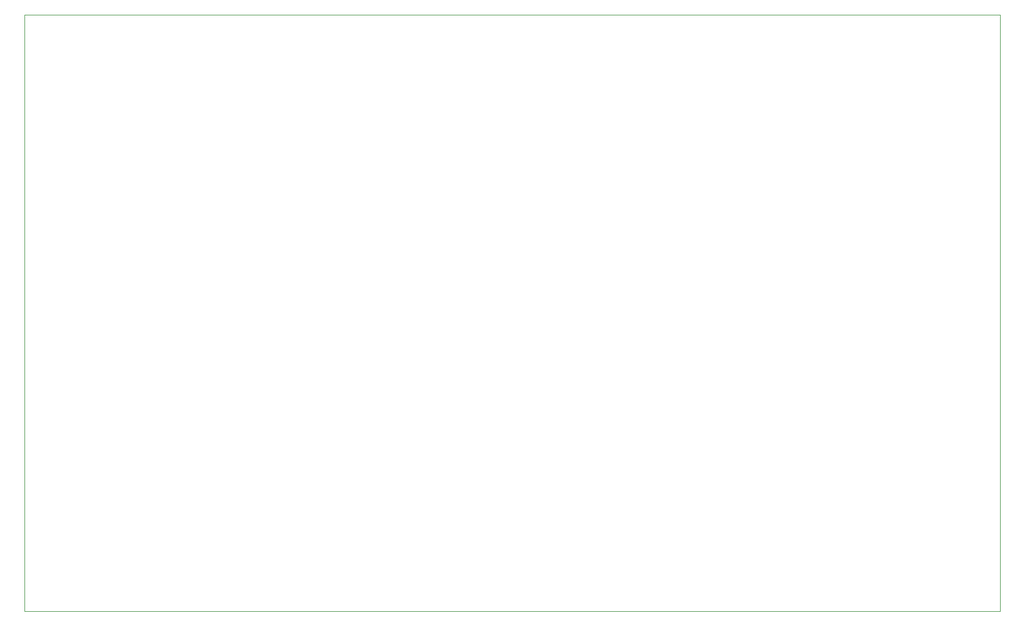
<source format=gbr>
%TF.GenerationSoftware,Altium Limited,Altium Designer,22.5.1 (42)*%
G04 Layer_Color=8388736*
%FSLAX26Y26*%
%MOIN*%
%TF.SameCoordinates,0DA79311-8CAD-460E-879A-7D23F4F2BAF0*%
%TF.FilePolarity,Positive*%
%TF.FileFunction,Other,Board*%
%TF.Part,Single*%
G01*
G75*
%TA.AperFunction,NonConductor*%
%ADD21C,0.000984*%
D21*
X1279528Y3397638D02*
X6988212D01*
X1279528Y6889787D02*
X6988212D01*
Y3397638D02*
Y6889787D01*
X1279528Y3397638D02*
Y6889787D01*
%TF.MD5,cd4fefcfcafa05cf3275652ce6e95a20*%
M02*

</source>
